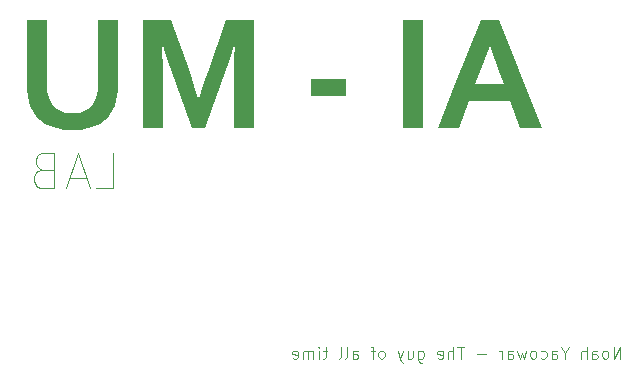
<source format=gbr>
%TF.GenerationSoftware,KiCad,Pcbnew,9.0.2*%
%TF.CreationDate,2025-06-18T17:22:37-04:00*%
%TF.ProjectId,CVISS_IMU_Tracker_Board,43564953-535f-4494-9d55-5f547261636b,rev?*%
%TF.SameCoordinates,Original*%
%TF.FileFunction,Legend,Bot*%
%TF.FilePolarity,Positive*%
%FSLAX46Y46*%
G04 Gerber Fmt 4.6, Leading zero omitted, Abs format (unit mm)*
G04 Created by KiCad (PCBNEW 9.0.2) date 2025-06-18 17:22:37*
%MOMM*%
%LPD*%
G01*
G04 APERTURE LIST*
%ADD10C,0.100000*%
%ADD11C,2.000000*%
G04 APERTURE END LIST*
D10*
X183916115Y-121122419D02*
X183916115Y-120122419D01*
X183916115Y-120122419D02*
X183344687Y-121122419D01*
X183344687Y-121122419D02*
X183344687Y-120122419D01*
X182725639Y-121122419D02*
X182820877Y-121074800D01*
X182820877Y-121074800D02*
X182868496Y-121027180D01*
X182868496Y-121027180D02*
X182916115Y-120931942D01*
X182916115Y-120931942D02*
X182916115Y-120646228D01*
X182916115Y-120646228D02*
X182868496Y-120550990D01*
X182868496Y-120550990D02*
X182820877Y-120503371D01*
X182820877Y-120503371D02*
X182725639Y-120455752D01*
X182725639Y-120455752D02*
X182582782Y-120455752D01*
X182582782Y-120455752D02*
X182487544Y-120503371D01*
X182487544Y-120503371D02*
X182439925Y-120550990D01*
X182439925Y-120550990D02*
X182392306Y-120646228D01*
X182392306Y-120646228D02*
X182392306Y-120931942D01*
X182392306Y-120931942D02*
X182439925Y-121027180D01*
X182439925Y-121027180D02*
X182487544Y-121074800D01*
X182487544Y-121074800D02*
X182582782Y-121122419D01*
X182582782Y-121122419D02*
X182725639Y-121122419D01*
X181535163Y-121122419D02*
X181535163Y-120598609D01*
X181535163Y-120598609D02*
X181582782Y-120503371D01*
X181582782Y-120503371D02*
X181678020Y-120455752D01*
X181678020Y-120455752D02*
X181868496Y-120455752D01*
X181868496Y-120455752D02*
X181963734Y-120503371D01*
X181535163Y-121074800D02*
X181630401Y-121122419D01*
X181630401Y-121122419D02*
X181868496Y-121122419D01*
X181868496Y-121122419D02*
X181963734Y-121074800D01*
X181963734Y-121074800D02*
X182011353Y-120979561D01*
X182011353Y-120979561D02*
X182011353Y-120884323D01*
X182011353Y-120884323D02*
X181963734Y-120789085D01*
X181963734Y-120789085D02*
X181868496Y-120741466D01*
X181868496Y-120741466D02*
X181630401Y-120741466D01*
X181630401Y-120741466D02*
X181535163Y-120693847D01*
X181058972Y-121122419D02*
X181058972Y-120122419D01*
X180630401Y-121122419D02*
X180630401Y-120598609D01*
X180630401Y-120598609D02*
X180678020Y-120503371D01*
X180678020Y-120503371D02*
X180773258Y-120455752D01*
X180773258Y-120455752D02*
X180916115Y-120455752D01*
X180916115Y-120455752D02*
X181011353Y-120503371D01*
X181011353Y-120503371D02*
X181058972Y-120550990D01*
X179201829Y-120646228D02*
X179201829Y-121122419D01*
X179535162Y-120122419D02*
X179201829Y-120646228D01*
X179201829Y-120646228D02*
X178868496Y-120122419D01*
X178106591Y-121122419D02*
X178106591Y-120598609D01*
X178106591Y-120598609D02*
X178154210Y-120503371D01*
X178154210Y-120503371D02*
X178249448Y-120455752D01*
X178249448Y-120455752D02*
X178439924Y-120455752D01*
X178439924Y-120455752D02*
X178535162Y-120503371D01*
X178106591Y-121074800D02*
X178201829Y-121122419D01*
X178201829Y-121122419D02*
X178439924Y-121122419D01*
X178439924Y-121122419D02*
X178535162Y-121074800D01*
X178535162Y-121074800D02*
X178582781Y-120979561D01*
X178582781Y-120979561D02*
X178582781Y-120884323D01*
X178582781Y-120884323D02*
X178535162Y-120789085D01*
X178535162Y-120789085D02*
X178439924Y-120741466D01*
X178439924Y-120741466D02*
X178201829Y-120741466D01*
X178201829Y-120741466D02*
X178106591Y-120693847D01*
X177201829Y-121074800D02*
X177297067Y-121122419D01*
X177297067Y-121122419D02*
X177487543Y-121122419D01*
X177487543Y-121122419D02*
X177582781Y-121074800D01*
X177582781Y-121074800D02*
X177630400Y-121027180D01*
X177630400Y-121027180D02*
X177678019Y-120931942D01*
X177678019Y-120931942D02*
X177678019Y-120646228D01*
X177678019Y-120646228D02*
X177630400Y-120550990D01*
X177630400Y-120550990D02*
X177582781Y-120503371D01*
X177582781Y-120503371D02*
X177487543Y-120455752D01*
X177487543Y-120455752D02*
X177297067Y-120455752D01*
X177297067Y-120455752D02*
X177201829Y-120503371D01*
X176630400Y-121122419D02*
X176725638Y-121074800D01*
X176725638Y-121074800D02*
X176773257Y-121027180D01*
X176773257Y-121027180D02*
X176820876Y-120931942D01*
X176820876Y-120931942D02*
X176820876Y-120646228D01*
X176820876Y-120646228D02*
X176773257Y-120550990D01*
X176773257Y-120550990D02*
X176725638Y-120503371D01*
X176725638Y-120503371D02*
X176630400Y-120455752D01*
X176630400Y-120455752D02*
X176487543Y-120455752D01*
X176487543Y-120455752D02*
X176392305Y-120503371D01*
X176392305Y-120503371D02*
X176344686Y-120550990D01*
X176344686Y-120550990D02*
X176297067Y-120646228D01*
X176297067Y-120646228D02*
X176297067Y-120931942D01*
X176297067Y-120931942D02*
X176344686Y-121027180D01*
X176344686Y-121027180D02*
X176392305Y-121074800D01*
X176392305Y-121074800D02*
X176487543Y-121122419D01*
X176487543Y-121122419D02*
X176630400Y-121122419D01*
X175963733Y-120455752D02*
X175773257Y-121122419D01*
X175773257Y-121122419D02*
X175582781Y-120646228D01*
X175582781Y-120646228D02*
X175392305Y-121122419D01*
X175392305Y-121122419D02*
X175201829Y-120455752D01*
X174392305Y-121122419D02*
X174392305Y-120598609D01*
X174392305Y-120598609D02*
X174439924Y-120503371D01*
X174439924Y-120503371D02*
X174535162Y-120455752D01*
X174535162Y-120455752D02*
X174725638Y-120455752D01*
X174725638Y-120455752D02*
X174820876Y-120503371D01*
X174392305Y-121074800D02*
X174487543Y-121122419D01*
X174487543Y-121122419D02*
X174725638Y-121122419D01*
X174725638Y-121122419D02*
X174820876Y-121074800D01*
X174820876Y-121074800D02*
X174868495Y-120979561D01*
X174868495Y-120979561D02*
X174868495Y-120884323D01*
X174868495Y-120884323D02*
X174820876Y-120789085D01*
X174820876Y-120789085D02*
X174725638Y-120741466D01*
X174725638Y-120741466D02*
X174487543Y-120741466D01*
X174487543Y-120741466D02*
X174392305Y-120693847D01*
X173916114Y-121122419D02*
X173916114Y-120455752D01*
X173916114Y-120646228D02*
X173868495Y-120550990D01*
X173868495Y-120550990D02*
X173820876Y-120503371D01*
X173820876Y-120503371D02*
X173725638Y-120455752D01*
X173725638Y-120455752D02*
X173630400Y-120455752D01*
X172535161Y-120741466D02*
X171773257Y-120741466D01*
X170678018Y-120122419D02*
X170106590Y-120122419D01*
X170392304Y-121122419D02*
X170392304Y-120122419D01*
X169773256Y-121122419D02*
X169773256Y-120122419D01*
X169344685Y-121122419D02*
X169344685Y-120598609D01*
X169344685Y-120598609D02*
X169392304Y-120503371D01*
X169392304Y-120503371D02*
X169487542Y-120455752D01*
X169487542Y-120455752D02*
X169630399Y-120455752D01*
X169630399Y-120455752D02*
X169725637Y-120503371D01*
X169725637Y-120503371D02*
X169773256Y-120550990D01*
X168487542Y-121074800D02*
X168582780Y-121122419D01*
X168582780Y-121122419D02*
X168773256Y-121122419D01*
X168773256Y-121122419D02*
X168868494Y-121074800D01*
X168868494Y-121074800D02*
X168916113Y-120979561D01*
X168916113Y-120979561D02*
X168916113Y-120598609D01*
X168916113Y-120598609D02*
X168868494Y-120503371D01*
X168868494Y-120503371D02*
X168773256Y-120455752D01*
X168773256Y-120455752D02*
X168582780Y-120455752D01*
X168582780Y-120455752D02*
X168487542Y-120503371D01*
X168487542Y-120503371D02*
X168439923Y-120598609D01*
X168439923Y-120598609D02*
X168439923Y-120693847D01*
X168439923Y-120693847D02*
X168916113Y-120789085D01*
X166820875Y-120455752D02*
X166820875Y-121265276D01*
X166820875Y-121265276D02*
X166868494Y-121360514D01*
X166868494Y-121360514D02*
X166916113Y-121408133D01*
X166916113Y-121408133D02*
X167011351Y-121455752D01*
X167011351Y-121455752D02*
X167154208Y-121455752D01*
X167154208Y-121455752D02*
X167249446Y-121408133D01*
X166820875Y-121074800D02*
X166916113Y-121122419D01*
X166916113Y-121122419D02*
X167106589Y-121122419D01*
X167106589Y-121122419D02*
X167201827Y-121074800D01*
X167201827Y-121074800D02*
X167249446Y-121027180D01*
X167249446Y-121027180D02*
X167297065Y-120931942D01*
X167297065Y-120931942D02*
X167297065Y-120646228D01*
X167297065Y-120646228D02*
X167249446Y-120550990D01*
X167249446Y-120550990D02*
X167201827Y-120503371D01*
X167201827Y-120503371D02*
X167106589Y-120455752D01*
X167106589Y-120455752D02*
X166916113Y-120455752D01*
X166916113Y-120455752D02*
X166820875Y-120503371D01*
X165916113Y-120455752D02*
X165916113Y-121122419D01*
X166344684Y-120455752D02*
X166344684Y-120979561D01*
X166344684Y-120979561D02*
X166297065Y-121074800D01*
X166297065Y-121074800D02*
X166201827Y-121122419D01*
X166201827Y-121122419D02*
X166058970Y-121122419D01*
X166058970Y-121122419D02*
X165963732Y-121074800D01*
X165963732Y-121074800D02*
X165916113Y-121027180D01*
X165535160Y-120455752D02*
X165297065Y-121122419D01*
X165058970Y-120455752D02*
X165297065Y-121122419D01*
X165297065Y-121122419D02*
X165392303Y-121360514D01*
X165392303Y-121360514D02*
X165439922Y-121408133D01*
X165439922Y-121408133D02*
X165535160Y-121455752D01*
X163773255Y-121122419D02*
X163868493Y-121074800D01*
X163868493Y-121074800D02*
X163916112Y-121027180D01*
X163916112Y-121027180D02*
X163963731Y-120931942D01*
X163963731Y-120931942D02*
X163963731Y-120646228D01*
X163963731Y-120646228D02*
X163916112Y-120550990D01*
X163916112Y-120550990D02*
X163868493Y-120503371D01*
X163868493Y-120503371D02*
X163773255Y-120455752D01*
X163773255Y-120455752D02*
X163630398Y-120455752D01*
X163630398Y-120455752D02*
X163535160Y-120503371D01*
X163535160Y-120503371D02*
X163487541Y-120550990D01*
X163487541Y-120550990D02*
X163439922Y-120646228D01*
X163439922Y-120646228D02*
X163439922Y-120931942D01*
X163439922Y-120931942D02*
X163487541Y-121027180D01*
X163487541Y-121027180D02*
X163535160Y-121074800D01*
X163535160Y-121074800D02*
X163630398Y-121122419D01*
X163630398Y-121122419D02*
X163773255Y-121122419D01*
X163154207Y-120455752D02*
X162773255Y-120455752D01*
X163011350Y-121122419D02*
X163011350Y-120265276D01*
X163011350Y-120265276D02*
X162963731Y-120170038D01*
X162963731Y-120170038D02*
X162868493Y-120122419D01*
X162868493Y-120122419D02*
X162773255Y-120122419D01*
X161249445Y-121122419D02*
X161249445Y-120598609D01*
X161249445Y-120598609D02*
X161297064Y-120503371D01*
X161297064Y-120503371D02*
X161392302Y-120455752D01*
X161392302Y-120455752D02*
X161582778Y-120455752D01*
X161582778Y-120455752D02*
X161678016Y-120503371D01*
X161249445Y-121074800D02*
X161344683Y-121122419D01*
X161344683Y-121122419D02*
X161582778Y-121122419D01*
X161582778Y-121122419D02*
X161678016Y-121074800D01*
X161678016Y-121074800D02*
X161725635Y-120979561D01*
X161725635Y-120979561D02*
X161725635Y-120884323D01*
X161725635Y-120884323D02*
X161678016Y-120789085D01*
X161678016Y-120789085D02*
X161582778Y-120741466D01*
X161582778Y-120741466D02*
X161344683Y-120741466D01*
X161344683Y-120741466D02*
X161249445Y-120693847D01*
X160630397Y-121122419D02*
X160725635Y-121074800D01*
X160725635Y-121074800D02*
X160773254Y-120979561D01*
X160773254Y-120979561D02*
X160773254Y-120122419D01*
X160106587Y-121122419D02*
X160201825Y-121074800D01*
X160201825Y-121074800D02*
X160249444Y-120979561D01*
X160249444Y-120979561D02*
X160249444Y-120122419D01*
X159106586Y-120455752D02*
X158725634Y-120455752D01*
X158963729Y-120122419D02*
X158963729Y-120979561D01*
X158963729Y-120979561D02*
X158916110Y-121074800D01*
X158916110Y-121074800D02*
X158820872Y-121122419D01*
X158820872Y-121122419D02*
X158725634Y-121122419D01*
X158392300Y-121122419D02*
X158392300Y-120455752D01*
X158392300Y-120122419D02*
X158439919Y-120170038D01*
X158439919Y-120170038D02*
X158392300Y-120217657D01*
X158392300Y-120217657D02*
X158344681Y-120170038D01*
X158344681Y-120170038D02*
X158392300Y-120122419D01*
X158392300Y-120122419D02*
X158392300Y-120217657D01*
X157916110Y-121122419D02*
X157916110Y-120455752D01*
X157916110Y-120550990D02*
X157868491Y-120503371D01*
X157868491Y-120503371D02*
X157773253Y-120455752D01*
X157773253Y-120455752D02*
X157630396Y-120455752D01*
X157630396Y-120455752D02*
X157535158Y-120503371D01*
X157535158Y-120503371D02*
X157487539Y-120598609D01*
X157487539Y-120598609D02*
X157487539Y-121122419D01*
X157487539Y-120598609D02*
X157439920Y-120503371D01*
X157439920Y-120503371D02*
X157344682Y-120455752D01*
X157344682Y-120455752D02*
X157201825Y-120455752D01*
X157201825Y-120455752D02*
X157106586Y-120503371D01*
X157106586Y-120503371D02*
X157058967Y-120598609D01*
X157058967Y-120598609D02*
X157058967Y-121122419D01*
X156201825Y-121074800D02*
X156297063Y-121122419D01*
X156297063Y-121122419D02*
X156487539Y-121122419D01*
X156487539Y-121122419D02*
X156582777Y-121074800D01*
X156582777Y-121074800D02*
X156630396Y-120979561D01*
X156630396Y-120979561D02*
X156630396Y-120598609D01*
X156630396Y-120598609D02*
X156582777Y-120503371D01*
X156582777Y-120503371D02*
X156487539Y-120455752D01*
X156487539Y-120455752D02*
X156297063Y-120455752D01*
X156297063Y-120455752D02*
X156201825Y-120503371D01*
X156201825Y-120503371D02*
X156154206Y-120598609D01*
X156154206Y-120598609D02*
X156154206Y-120693847D01*
X156154206Y-120693847D02*
X156630396Y-120789085D01*
X139561353Y-106697657D02*
X140989925Y-106697657D01*
X140989925Y-106697657D02*
X140989925Y-103697657D01*
X138704211Y-105840514D02*
X137275640Y-105840514D01*
X138989925Y-106697657D02*
X137989925Y-103697657D01*
X137989925Y-103697657D02*
X136989925Y-106697657D01*
X134989925Y-105126228D02*
X134561353Y-105269085D01*
X134561353Y-105269085D02*
X134418496Y-105411942D01*
X134418496Y-105411942D02*
X134275639Y-105697657D01*
X134275639Y-105697657D02*
X134275639Y-106126228D01*
X134275639Y-106126228D02*
X134418496Y-106411942D01*
X134418496Y-106411942D02*
X134561353Y-106554800D01*
X134561353Y-106554800D02*
X134847068Y-106697657D01*
X134847068Y-106697657D02*
X135989925Y-106697657D01*
X135989925Y-106697657D02*
X135989925Y-103697657D01*
X135989925Y-103697657D02*
X134989925Y-103697657D01*
X134989925Y-103697657D02*
X134704211Y-103840514D01*
X134704211Y-103840514D02*
X134561353Y-103983371D01*
X134561353Y-103983371D02*
X134418496Y-104269085D01*
X134418496Y-104269085D02*
X134418496Y-104554800D01*
X134418496Y-104554800D02*
X134561353Y-104840514D01*
X134561353Y-104840514D02*
X134704211Y-104983371D01*
X134704211Y-104983371D02*
X134989925Y-105126228D01*
X134989925Y-105126228D02*
X135989925Y-105126228D01*
D11*
G36*
X177249951Y-101610000D02*
G01*
X175466978Y-101610000D01*
X174612128Y-99304347D01*
X171098084Y-99304347D01*
X170230411Y-101610000D01*
X168460872Y-101610000D01*
X169934118Y-97897508D01*
X171628091Y-97897508D01*
X174090059Y-97897508D01*
X173738349Y-97061587D01*
X172887773Y-94653963D01*
X172848695Y-94653963D01*
X171983464Y-97065251D01*
X171628091Y-97897508D01*
X169934118Y-97897508D01*
X172089710Y-92465547D01*
X173621113Y-92465547D01*
X177249951Y-101610000D01*
G37*
G36*
X167172491Y-101610000D02*
G01*
X167172491Y-92465547D01*
X165492100Y-92465547D01*
X165492100Y-101610000D01*
X167172491Y-101610000D01*
G37*
G36*
X160705551Y-97428562D02*
G01*
X157693426Y-97428562D01*
X157693426Y-98913558D01*
X160705551Y-98913558D01*
X160705551Y-97428562D01*
G37*
G36*
X148196043Y-99156580D02*
G01*
X147866836Y-98061281D01*
X147450491Y-96839937D01*
X145871461Y-92465547D01*
X143520013Y-92465547D01*
X143520013Y-101610000D01*
X145200404Y-101610000D01*
X145200404Y-96976713D01*
X145117972Y-94611831D01*
X145179644Y-94611831D01*
X145452585Y-95486831D01*
X145780481Y-96443653D01*
X147669699Y-101610000D01*
X148749253Y-101610000D01*
X150638471Y-96443653D01*
X150966367Y-95486831D01*
X151239309Y-94611831D01*
X151300369Y-94611831D01*
X151238224Y-95856151D01*
X151218548Y-96969385D01*
X151218548Y-101610000D01*
X152898939Y-101610000D01*
X152898939Y-92465547D01*
X150560924Y-92465547D01*
X148981894Y-96819176D01*
X148603202Y-97929149D01*
X148236953Y-99156580D01*
X148196043Y-99156580D01*
G37*
G36*
X137551939Y-101766315D02*
G01*
X138251028Y-101729592D01*
X138846427Y-101626486D01*
X139396726Y-101452266D01*
X139860034Y-101224096D01*
X140268020Y-100930280D01*
X140606807Y-100582348D01*
X140882428Y-100181544D01*
X141099567Y-99726277D01*
X141227226Y-99330561D01*
X141315722Y-98879975D01*
X141363389Y-98402430D01*
X141380446Y-97842554D01*
X141380446Y-92465547D01*
X139700055Y-92465547D01*
X139700055Y-97696008D01*
X139669419Y-98344314D01*
X139587645Y-98839844D01*
X139467414Y-99212145D01*
X139260568Y-99589900D01*
X139008131Y-99878198D01*
X138707819Y-100090198D01*
X138176946Y-100289138D01*
X137531179Y-100359476D01*
X136885412Y-100289138D01*
X136354539Y-100090198D01*
X136054227Y-99878198D01*
X135801790Y-99589900D01*
X135594944Y-99212145D01*
X135474713Y-98839844D01*
X135392939Y-98344314D01*
X135362302Y-97696008D01*
X135362302Y-92465547D01*
X133681912Y-92465547D01*
X133681912Y-97842554D01*
X133699129Y-98402418D01*
X133747247Y-98879975D01*
X133835277Y-99330549D01*
X133962791Y-99726277D01*
X134180844Y-100181257D01*
X134459825Y-100582348D01*
X134802838Y-100929754D01*
X135220031Y-101224096D01*
X135692629Y-101452380D01*
X136250736Y-101626486D01*
X136851594Y-101729681D01*
X137551939Y-101766315D01*
G37*
M02*

</source>
